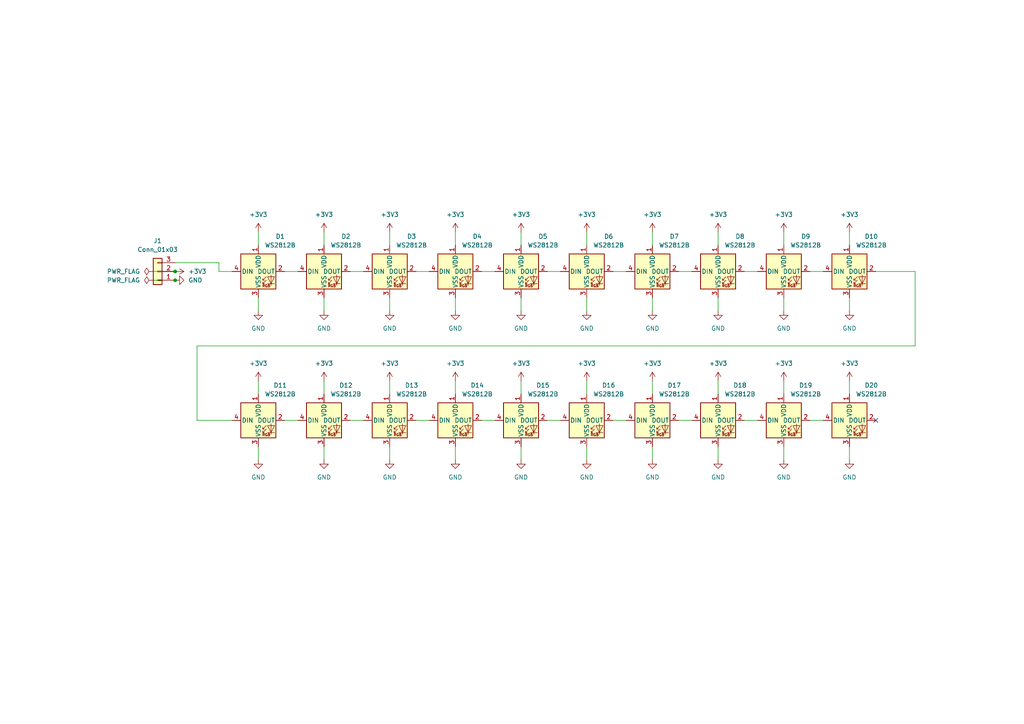
<source format=kicad_sch>
(kicad_sch (version 20211123) (generator eeschema)
  (paper "A4")
  (title_block (title "PCB Challenge - Slave") (date "2022-01-06") (rev "01"))
  (lib_symbols
    (symbol "Connector_Generic:Conn_01x03" (pin_names (offset 1.016) hide)
      (property "Reference" "J" (at 0 5.08 0))
      (property "Value" "Conn_01x03" (at 0 -5.08 0))
      (symbol "Conn_01x03_1_1"
        (rectangle (start -1.27 -2.413) (end 0 -2.667) (stroke (width 0.1524)))
        (rectangle (start -1.27 0.127) (end 0 -0.127) (stroke (width 0.1524)))
        (rectangle (start -1.27 2.667) (end 0 2.413) (stroke (width 0.1524)))
        (rectangle (start -1.27 3.81) (end 1.27 -3.81) (stroke (width 0.254)) (fill (type background)))
        (pin passive line (at -5.08 2.54 0) (length 3.81) (name "Pin_1") (number "1"))
        (pin passive line (at -5.08 0 0) (length 3.81) (name "Pin_2") (number "2"))
        (pin passive line (at -5.08 -2.54 0) (length 3.81) (name "Pin_3") (number "3"))
      )
    )
    (symbol "LED:WS2812B" (pin_names (offset 0.254))
      (property "Reference" "D" (at 5.08 5.715 0))
      (property "Value" "WS2812B" (at 1.27 -5.715 0))
      (symbol "WS2812B_0_0"
        (text "RGB" (at 2.286 -4.191 0) (effects (font (size 0.762 0.762))))
      )
      (symbol "WS2812B_0_1"
        (polyline (pts (xy 1.27 -3.556) (xy 1.778 -3.556)))
        (polyline (pts (xy 1.27 -2.54) (xy 1.778 -2.54)))
        (polyline (pts (xy 4.699 -3.556) (xy 2.667 -3.556)))
        (polyline (pts (xy 2.286 -2.54) (xy 1.27 -3.556) (xy 1.27 -3.048)))
        (polyline (pts (xy 2.286 -1.524) (xy 1.27 -2.54) (xy 1.27 -2.032)))
        (polyline (pts (xy 3.683 -1.016) (xy 3.683 -3.556) (xy 3.683 -4.064)))
        (polyline (pts (xy 4.699 -1.524) (xy 2.667 -1.524) (xy 3.683 -3.556) (xy 4.699 -1.524)))
        (rectangle (start 5.08 5.08) (end -5.08 -5.08) (stroke (width 0.254)) (fill (type background)))
      )
      (symbol "WS2812B_1_1"
        (pin power_in line (at 0 7.62 270) (length 2.54) (name "VDD") (number "1"))
        (pin output line (at 7.62 0 180) (length 2.54) (name "DOUT") (number "2"))
        (pin power_in line (at 0 -7.62 90) (length 2.54) (name "VSS") (number "3"))
        (pin input line (at -7.62 0 0) (length 2.54) (name "DIN") (number "4"))
      )
    )
    (symbol "power:+3.3V" (power) (pin_names (offset 0))
      (property "Value" "+3.3V" (at 0 3.556 0))
      (symbol "+3.3V_0_1"
        (polyline (pts (xy -0.762 1.27) (xy 0 2.54)))
        (polyline (pts (xy 0 0) (xy 0 2.54)))
        (polyline (pts (xy 0 2.54) (xy 0.762 1.27)))
      )
      (symbol "+3.3V_1_1"
        (pin power_in line (at 0 0 90) (length 0) hide (name "+3V3") (number "1"))
      )
    )
    (symbol "power:GND" (power) (pin_names (offset 0))
      (property "Value" "GND" (at 0 -3.81 0))
      (symbol "GND_0_1"
        (polyline (pts (xy 0 0) (xy 0 -1.27) (xy 1.27 -1.27) (xy 0 -2.54) (xy -1.27 -1.27) (xy 0 -1.27)))
      )
      (symbol "GND_1_1"
        (pin power_in line (at 0 0 270) (length 0) hide (name "GND") (number "1"))
      )
    )
    (symbol "power:PWR_FLAG" (power) (pin_numbers hide) (pin_names (offset 0) hide)
      (property "Value" "PWR_FLAG" (at 0 3.81 0))
      (symbol "PWR_FLAG_0_0"
        (pin power_out line (at 0 0 90) (length 0) (name "pwr") (number "1"))
      )
      (symbol "PWR_FLAG_0_1"
        (polyline (pts (xy 0 0) (xy 0 1.27) (xy -1.016 1.905) (xy 0 2.54) (xy 1.016 1.905) (xy 0 1.27)))
      )
    )
  )
  (junction (at 50.8 78.74))
  (junction (at 50.8 81.28))
  (no_connect (at 254 121.92))
  (wire (pts (xy 67.31 121.92) (xy 57.15 121.92)))
  (wire (pts (xy 93.98 110.49) (xy 93.98 114.3)))
  (wire (pts (xy 189.23 110.49) (xy 189.23 114.3)))
  (wire (pts (xy 151.13 67.31) (xy 151.13 71.12)))
  (wire (pts (xy 132.08 86.36) (xy 132.08 90.17)))
  (wire (pts (xy 170.18 86.36) (xy 170.18 90.17)))
  (wire (pts (xy 215.9 78.74) (xy 219.71 78.74)))
  (wire (pts (xy 158.75 78.74) (xy 162.56 78.74)))
  (wire (pts (xy 57.15 100.33) (xy 265.43 100.33)))
  (wire (pts (xy 177.8 121.92) (xy 181.61 121.92)))
  (wire (pts (xy 63.5 76.2) (xy 63.5 78.74)))
  (wire (pts (xy 208.28 86.36) (xy 208.28 90.17)))
  (wire (pts (xy 170.18 110.49) (xy 170.18 114.3)))
  (wire (pts (xy 177.8 78.74) (xy 181.61 78.74)))
  (wire (pts (xy 208.28 129.54) (xy 208.28 133.35)))
  (wire (pts (xy 44.45 81.28) (xy 50.8 81.28)))
  (wire (pts (xy 113.03 110.49) (xy 113.03 114.3)))
  (wire (pts (xy 132.08 110.49) (xy 132.08 114.3)))
  (wire (pts (xy 196.85 78.74) (xy 200.66 78.74)))
  (wire (pts (xy 189.23 129.54) (xy 189.23 133.35)))
  (wire (pts (xy 74.93 129.54) (xy 74.93 133.35)))
  (wire (pts (xy 265.43 100.33) (xy 265.43 78.74)))
  (wire (pts (xy 227.33 110.49) (xy 227.33 114.3)))
  (wire (pts (xy 74.93 110.49) (xy 74.93 114.3)))
  (wire (pts (xy 170.18 129.54) (xy 170.18 133.35)))
  (wire (pts (xy 82.55 78.74) (xy 86.36 78.74)))
  (wire (pts (xy 227.33 86.36) (xy 227.33 90.17)))
  (wire (pts (xy 246.38 67.31) (xy 246.38 71.12)))
  (wire (pts (xy 139.7 121.92) (xy 143.51 121.92)))
  (wire (pts (xy 82.55 121.92) (xy 86.36 121.92)))
  (wire (pts (xy 158.75 121.92) (xy 162.56 121.92)))
  (wire (pts (xy 246.38 86.36) (xy 246.38 90.17)))
  (wire (pts (xy 208.28 110.49) (xy 208.28 114.3)))
  (wire (pts (xy 151.13 129.54) (xy 151.13 133.35)))
  (wire (pts (xy 139.7 78.74) (xy 143.51 78.74)))
  (wire (pts (xy 189.23 67.31) (xy 189.23 71.12)))
  (wire (pts (xy 189.23 86.36) (xy 189.23 90.17)))
  (wire (pts (xy 74.93 67.31) (xy 74.93 71.12)))
  (wire (pts (xy 246.38 129.54) (xy 246.38 133.35)))
  (wire (pts (xy 170.18 67.31) (xy 170.18 71.12)))
  (wire (pts (xy 57.15 121.92) (xy 57.15 100.33)))
  (wire (pts (xy 215.9 121.92) (xy 219.71 121.92)))
  (wire (pts (xy 44.45 78.74) (xy 50.8 78.74)))
  (wire (pts (xy 93.98 129.54) (xy 93.98 133.35)))
  (wire (pts (xy 208.28 67.31) (xy 208.28 71.12)))
  (wire (pts (xy 234.95 78.74) (xy 238.76 78.74)))
  (wire (pts (xy 74.93 86.36) (xy 74.93 90.17)))
  (wire (pts (xy 151.13 110.49) (xy 151.13 114.3)))
  (wire (pts (xy 132.08 129.54) (xy 132.08 133.35)))
  (wire (pts (xy 227.33 129.54) (xy 227.33 133.35)))
  (wire (pts (xy 101.6 121.92) (xy 105.41 121.92)))
  (wire (pts (xy 113.03 129.54) (xy 113.03 133.35)))
  (wire (pts (xy 196.85 121.92) (xy 200.66 121.92)))
  (wire (pts (xy 93.98 86.36) (xy 93.98 90.17)))
  (wire (pts (xy 101.6 78.74) (xy 105.41 78.74)))
  (wire (pts (xy 227.33 67.31) (xy 227.33 71.12)))
  (wire (pts (xy 63.5 78.74) (xy 67.31 78.74)))
  (wire (pts (xy 151.13 86.36) (xy 151.13 90.17)))
  (wire (pts (xy 234.95 121.92) (xy 238.76 121.92)))
  (wire (pts (xy 93.98 67.31) (xy 93.98 71.12)))
  (wire (pts (xy 113.03 86.36) (xy 113.03 90.17)))
  (wire (pts (xy 120.65 121.92) (xy 124.46 121.92)))
  (wire (pts (xy 120.65 78.74) (xy 124.46 78.74)))
  (wire (pts (xy 50.8 76.2) (xy 63.5 76.2)))
  (wire (pts (xy 113.03 67.31) (xy 113.03 71.12)))
  (wire (pts (xy 265.43 78.74) (xy 254 78.74)))
  (wire (pts (xy 132.08 67.31) (xy 132.08 71.12)))
  (wire (pts (xy 246.38 110.49) (xy 246.38 114.3)))
  (symbol (lib_id "power:GND") (at 74.93 90.17 0) (unit 1)
    (property "Reference" "#PWR013" (effects hide))
    (property "Value" "GND" (at 74.93 95.25 0))
  )
  (symbol (lib_id "power:+3.3V") (at 74.93 67.31 0) (unit 1)
    (property "Reference" "#PWR01" (effects hide))
    (property "Value" "+3.3V" (at 74.93 62.23 0))
  )
  (symbol (lib_id "power:+3.3V") (at 93.98 67.31 0) (unit 1)
    (property "Reference" "#PWR02" (effects hide))
    (property "Value" "+3.3V" (at 93.98 62.23 0))
  )
  (symbol (lib_id "LED:WS2812B") (at 189.23 78.74 0) (unit 1)
    (property "Reference" "D7" (at 195.58 68.58 0))
    (property "Value" "WS2812B" (at 195.58 71.12 0))
    (property "Footprint" "LED_SMD:LED_WS2812B_PLCC4_5.0x5.0mm_P3.2mm" (effects hide))
    (property "Datasheet" "https://cdn-shop.adafruit.com/datasheets/WS2812B.pdf" (effects hide))
  )
  (symbol (lib_id "LED:WS2812B") (at 208.28 121.92 0) (unit 1)
    (property "Reference" "D18" (at 214.63 111.76 0))
    (property "Value" "WS2812B" (at 214.63 114.3 0))
    (property "Footprint" "LED_SMD:LED_WS2812B_PLCC4_5.0x5.0mm_P3.2mm" (effects hide))
    (property "Datasheet" "https://cdn-shop.adafruit.com/datasheets/WS2812B.pdf" (effects hide))
  )
  (symbol (lib_id "power:+3.3V") (at 227.33 67.31 0) (unit 1)
    (property "Reference" "#PWR09" (effects hide))
    (property "Value" "+3.3V" (at 227.33 62.23 0))
  )
  (symbol (lib_id "power:GND") (at 50.8 81.28 90) (unit 1)
    (property "Reference" "#PWR012" (effects hide))
    (property "Value" "GND" (at 54.61 81.2799 90) (effects (justify right)))
  )
  (symbol (lib_id "power:PWR_FLAG") (at 44.45 81.28 90) (unit 1)
    (property "Reference" "#FLG02" (effects hide))
    (property "Value" "PWR_FLAG" (at 40.64 81.2799 90) (effects (justify left)))
  )
  (symbol (lib_id "power:+3.3V") (at 151.13 67.31 0) (unit 1)
    (property "Reference" "#PWR05" (effects hide))
    (property "Value" "+3.3V" (at 151.13 62.23 0))
  )
  (symbol (lib_id "power:GND") (at 93.98 90.17 0) (unit 1)
    (property "Reference" "#PWR014" (effects hide))
    (property "Value" "GND" (at 93.98 95.25 0))
  )
  (symbol (lib_id "power:+3.3V") (at 113.03 67.31 0) (unit 1)
    (property "Reference" "#PWR03" (effects hide))
    (property "Value" "+3.3V" (at 113.03 62.23 0))
  )
  (symbol (lib_id "power:GND") (at 74.93 133.35 0) (unit 1)
    (property "Reference" "#PWR033" (effects hide))
    (property "Value" "GND" (at 74.93 138.43 0))
  )
  (symbol (lib_id "LED:WS2812B") (at 151.13 121.92 0) (unit 1)
    (property "Reference" "D15" (at 157.48 111.76 0))
    (property "Value" "WS2812B" (at 157.48 114.3 0))
    (property "Footprint" "LED_SMD:LED_WS2812B_PLCC4_5.0x5.0mm_P3.2mm" (effects hide))
    (property "Datasheet" "https://cdn-shop.adafruit.com/datasheets/WS2812B.pdf" (effects hide))
  )
  (symbol (lib_id "power:+3.3V") (at 246.38 67.31 0) (unit 1)
    (property "Reference" "#PWR010" (effects hide))
    (property "Value" "+3.3V" (at 246.38 62.23 0))
  )
  (symbol (lib_id "LED:WS2812B") (at 246.38 121.92 0) (unit 1)
    (property "Reference" "D20" (at 252.73 111.76 0))
    (property "Value" "WS2812B" (at 252.73 114.3 0))
    (property "Footprint" "LED_SMD:LED_WS2812B_PLCC4_5.0x5.0mm_P3.2mm" (effects hide))
    (property "Datasheet" "https://cdn-shop.adafruit.com/datasheets/WS2812B.pdf" (effects hide))
  )
  (symbol (lib_id "power:PWR_FLAG") (at 44.45 78.74 90) (unit 1)
    (property "Reference" "#FLG01" (effects hide))
    (property "Value" "PWR_FLAG" (at 40.64 78.74 90) (effects (justify left)))
  )
  (symbol (lib_id "power:+3.3V") (at 189.23 110.49 0) (unit 1)
    (property "Reference" "#PWR029" (effects hide))
    (property "Value" "+3.3V" (at 189.23 105.41 0))
  )
  (symbol (lib_id "LED:WS2812B") (at 189.23 121.92 0) (unit 1)
    (property "Reference" "D17" (at 195.58 111.76 0))
    (property "Value" "WS2812B" (at 195.58 114.3 0))
    (property "Footprint" "LED_SMD:LED_WS2812B_PLCC4_5.0x5.0mm_P3.2mm" (effects hide))
    (property "Datasheet" "https://cdn-shop.adafruit.com/datasheets/WS2812B.pdf" (effects hide))
  )
  (symbol (lib_id "LED:WS2812B") (at 151.13 78.74 0) (unit 1)
    (property "Reference" "D5" (at 157.48 68.58 0))
    (property "Value" "WS2812B" (at 157.48 71.12 0))
    (property "Footprint" "LED_SMD:LED_WS2812B_PLCC4_5.0x5.0mm_P3.2mm" (effects hide))
    (property "Datasheet" "https://cdn-shop.adafruit.com/datasheets/WS2812B.pdf" (effects hide))
  )
  (symbol (lib_id "power:+3.3V") (at 113.03 110.49 0) (unit 1)
    (property "Reference" "#PWR025" (effects hide))
    (property "Value" "+3.3V" (at 113.03 105.41 0))
  )
  (symbol (lib_id "power:GND") (at 170.18 90.17 0) (unit 1)
    (property "Reference" "#PWR018" (effects hide))
    (property "Value" "GND" (at 170.18 95.25 0))
  )
  (symbol (lib_id "power:GND") (at 246.38 90.17 0) (unit 1)
    (property "Reference" "#PWR022" (effects hide))
    (property "Value" "GND" (at 246.38 95.25 0))
  )
  (symbol (lib_id "power:GND") (at 227.33 133.35 0) (unit 1)
    (property "Reference" "#PWR041" (effects hide))
    (property "Value" "GND" (at 227.33 138.43 0))
  )
  (symbol (lib_id "power:+3.3V") (at 208.28 67.31 0) (unit 1)
    (property "Reference" "#PWR08" (effects hide))
    (property "Value" "+3.3V" (at 208.28 62.23 0))
  )
  (symbol (lib_id "power:+3.3V") (at 151.13 110.49 0) (unit 1)
    (property "Reference" "#PWR027" (effects hide))
    (property "Value" "+3.3V" (at 151.13 105.41 0))
  )
  (symbol (lib_id "power:GND") (at 113.03 90.17 0) (unit 1)
    (property "Reference" "#PWR015" (effects hide))
    (property "Value" "GND" (at 113.03 95.25 0))
  )
  (symbol (lib_id "power:+3.3V") (at 170.18 67.31 0) (unit 1)
    (property "Reference" "#PWR06" (effects hide))
    (property "Value" "+3.3V" (at 170.18 62.23 0))
  )
  (symbol (lib_id "LED:WS2812B") (at 132.08 78.74 0) (unit 1)
    (property "Reference" "D4" (at 138.43 68.58 0))
    (property "Value" "WS2812B" (at 138.43 71.12 0))
    (property "Footprint" "LED_SMD:LED_WS2812B_PLCC4_5.0x5.0mm_P3.2mm" (effects hide))
    (property "Datasheet" "https://cdn-shop.adafruit.com/datasheets/WS2812B.pdf" (effects hide))
  )
  (symbol (lib_id "LED:WS2812B") (at 93.98 121.92 0) (unit 1)
    (property "Reference" "D12" (at 100.33 111.76 0))
    (property "Value" "WS2812B" (at 100.33 114.3 0))
    (property "Footprint" "LED_SMD:LED_WS2812B_PLCC4_5.0x5.0mm_P3.2mm" (effects hide))
    (property "Datasheet" "https://cdn-shop.adafruit.com/datasheets/WS2812B.pdf" (effects hide))
  )
  (symbol (lib_id "LED:WS2812B") (at 227.33 78.74 0) (unit 1)
    (property "Reference" "D9" (at 233.68 68.58 0))
    (property "Value" "WS2812B" (at 233.68 71.12 0))
    (property "Footprint" "LED_SMD:LED_WS2812B_PLCC4_5.0x5.0mm_P3.2mm" (effects hide))
    (property "Datasheet" "https://cdn-shop.adafruit.com/datasheets/WS2812B.pdf" (effects hide))
  )
  (symbol (lib_id "power:+3.3V") (at 132.08 67.31 0) (unit 1)
    (property "Reference" "#PWR04" (effects hide))
    (property "Value" "+3.3V" (at 132.08 62.23 0))
  )
  (symbol (lib_id "power:GND") (at 132.08 90.17 0) (unit 1)
    (property "Reference" "#PWR016" (effects hide))
    (property "Value" "GND" (at 132.08 95.25 0))
  )
  (symbol (lib_id "LED:WS2812B") (at 246.38 78.74 0) (unit 1)
    (property "Reference" "D10" (at 252.73 68.58 0))
    (property "Value" "WS2812B" (at 252.73 71.12 0))
    (property "Footprint" "LED_SMD:LED_WS2812B_PLCC4_5.0x5.0mm_P3.2mm" (effects hide))
    (property "Datasheet" "https://cdn-shop.adafruit.com/datasheets/WS2812B.pdf" (effects hide))
  )
  (symbol (lib_id "LED:WS2812B") (at 227.33 121.92 0) (unit 1)
    (property "Reference" "D19" (at 233.68 111.76 0))
    (property "Value" "WS2812B" (at 233.68 114.3 0))
    (property "Footprint" "LED_SMD:LED_WS2812B_PLCC4_5.0x5.0mm_P3.2mm" (effects hide))
    (property "Datasheet" "https://cdn-shop.adafruit.com/datasheets/WS2812B.pdf" (effects hide))
  )
  (symbol (lib_id "power:GND") (at 189.23 90.17 0) (unit 1)
    (property "Reference" "#PWR019" (effects hide))
    (property "Value" "GND" (at 189.23 95.25 0))
  )
  (symbol (lib_id "LED:WS2812B") (at 170.18 78.74 0) (unit 1)
    (property "Reference" "D6" (at 176.53 68.58 0))
    (property "Value" "WS2812B" (at 176.53 71.12 0))
    (property "Footprint" "LED_SMD:LED_WS2812B_PLCC4_5.0x5.0mm_P3.2mm" (effects hide))
    (property "Datasheet" "https://cdn-shop.adafruit.com/datasheets/WS2812B.pdf" (effects hide))
  )
  (symbol (lib_id "LED:WS2812B") (at 113.03 78.74 0) (unit 1)
    (property "Reference" "D3" (at 119.38 68.58 0))
    (property "Value" "WS2812B" (at 119.38 71.12 0))
    (property "Footprint" "LED_SMD:LED_WS2812B_PLCC4_5.0x5.0mm_P3.2mm" (effects hide))
    (property "Datasheet" "https://cdn-shop.adafruit.com/datasheets/WS2812B.pdf" (effects hide))
  )
  (symbol (lib_id "LED:WS2812B") (at 132.08 121.92 0) (unit 1)
    (property "Reference" "D14" (at 138.43 111.76 0))
    (property "Value" "WS2812B" (at 138.43 114.3 0))
    (property "Footprint" "LED_SMD:LED_WS2812B_PLCC4_5.0x5.0mm_P3.2mm" (effects hide))
    (property "Datasheet" "https://cdn-shop.adafruit.com/datasheets/WS2812B.pdf" (effects hide))
  )
  (symbol (lib_id "power:GND") (at 208.28 90.17 0) (unit 1)
    (property "Reference" "#PWR020" (effects hide))
    (property "Value" "GND" (at 208.28 95.25 0))
  )
  (symbol (lib_id "LED:WS2812B") (at 170.18 121.92 0) (unit 1)
    (property "Reference" "D16" (at 176.53 111.76 0))
    (property "Value" "WS2812B" (at 176.53 114.3 0))
    (property "Footprint" "LED_SMD:LED_WS2812B_PLCC4_5.0x5.0mm_P3.2mm" (effects hide))
    (property "Datasheet" "https://cdn-shop.adafruit.com/datasheets/WS2812B.pdf" (effects hide))
  )
  (symbol (lib_id "power:+3.3V") (at 246.38 110.49 0) (unit 1)
    (property "Reference" "#PWR032" (effects hide))
    (property "Value" "+3.3V" (at 246.38 105.41 0))
  )
  (symbol (lib_id "power:+3.3V") (at 227.33 110.49 0) (unit 1)
    (property "Reference" "#PWR031" (effects hide))
    (property "Value" "+3.3V" (at 227.33 105.41 0))
  )
  (symbol (lib_id "LED:WS2812B") (at 74.93 78.74 0) (unit 1)
    (property "Reference" "D1" (at 81.28 68.58 0))
    (property "Value" "WS2812B" (at 81.28 71.12 0))
    (property "Footprint" "LED_SMD:LED_WS2812B_PLCC4_5.0x5.0mm_P3.2mm" (effects hide))
    (property "Datasheet" "https://cdn-shop.adafruit.com/datasheets/WS2812B.pdf" (effects hide))
  )
  (symbol (lib_id "LED:WS2812B") (at 93.98 78.74 0) (unit 1)
    (property "Reference" "D2" (at 100.33 68.58 0))
    (property "Value" "WS2812B" (at 100.33 71.12 0))
    (property "Footprint" "LED_SMD:LED_WS2812B_PLCC4_5.0x5.0mm_P3.2mm" (effects hide))
    (property "Datasheet" "https://cdn-shop.adafruit.com/datasheets/WS2812B.pdf" (effects hide))
  )
  (symbol (lib_id "power:GND") (at 170.18 133.35 0) (unit 1)
    (property "Reference" "#PWR038" (effects hide))
    (property "Value" "GND" (at 170.18 138.43 0))
  )
  (symbol (lib_id "power:GND") (at 151.13 133.35 0) (unit 1)
    (property "Reference" "#PWR037" (effects hide))
    (property "Value" "GND" (at 151.13 138.43 0))
  )
  (symbol (lib_id "LED:WS2812B") (at 208.28 78.74 0) (unit 1)
    (property "Reference" "D8" (at 214.63 68.58 0))
    (property "Value" "WS2812B" (at 214.63 71.12 0))
    (property "Footprint" "LED_SMD:LED_WS2812B_PLCC4_5.0x5.0mm_P3.2mm" (effects hide))
    (property "Datasheet" "https://cdn-shop.adafruit.com/datasheets/WS2812B.pdf" (effects hide))
  )
  (symbol (lib_id "power:GND") (at 189.23 133.35 0) (unit 1)
    (property "Reference" "#PWR039" (effects hide))
    (property "Value" "GND" (at 189.23 138.43 0))
  )
  (symbol (lib_id "power:GND") (at 227.33 90.17 0) (unit 1)
    (property "Reference" "#PWR021" (effects hide))
    (property "Value" "GND" (at 227.33 95.25 0))
  )
  (symbol (lib_id "power:GND") (at 93.98 133.35 0) (unit 1)
    (property "Reference" "#PWR034" (effects hide))
    (property "Value" "GND" (at 93.98 138.43 0))
  )
  (symbol (lib_id "Connector_Generic:Conn_01x03") (at 45.72 78.74 180) (unit 1)
    (property "Reference" "J1" (at 45.72 69.85 0))
    (property "Value" "Conn_01x03" (at 45.72 72.39 0))
    (property "Footprint" "Connector_PinHeader_2.54mm:PinHeader_1x03_P2.54mm_Vertical" (effects hide))
  )
  (symbol (lib_id "LED:WS2812B") (at 113.03 121.92 0) (unit 1)
    (property "Reference" "D13" (at 119.38 111.76 0))
    (property "Value" "WS2812B" (at 119.38 114.3 0))
    (property "Footprint" "LED_SMD:LED_WS2812B_PLCC4_5.0x5.0mm_P3.2mm" (effects hide))
    (property "Datasheet" "https://cdn-shop.adafruit.com/datasheets/WS2812B.pdf" (effects hide))
  )
  (symbol (lib_id "power:+3.3V") (at 170.18 110.49 0) (unit 1)
    (property "Reference" "#PWR028" (effects hide))
    (property "Value" "+3.3V" (at 170.18 105.41 0))
  )
  (symbol (lib_id "power:+3.3V") (at 93.98 110.49 0) (unit 1)
    (property "Reference" "#PWR024" (effects hide))
    (property "Value" "+3.3V" (at 93.98 105.41 0))
  )
  (symbol (lib_id "power:+3.3V") (at 189.23 67.31 0) (unit 1)
    (property "Reference" "#PWR07" (effects hide))
    (property "Value" "+3.3V" (at 189.23 62.23 0))
  )
  (symbol (lib_id "power:GND") (at 113.03 133.35 0) (unit 1)
    (property "Reference" "#PWR035" (effects hide))
    (property "Value" "GND" (at 113.03 138.43 0))
  )
  (symbol (lib_id "power:+3.3V") (at 74.93 110.49 0) (unit 1)
    (property "Reference" "#PWR023" (effects hide))
    (property "Value" "+3.3V" (at 74.93 105.41 0))
  )
  (symbol (lib_id "power:GND") (at 246.38 133.35 0) (unit 1)
    (property "Reference" "#PWR042" (effects hide))
    (property "Value" "GND" (at 246.38 138.43 0))
  )
  (symbol (lib_id "LED:WS2812B") (at 74.93 121.92 0) (unit 1)
    (property "Reference" "D11" (at 81.28 111.76 0))
    (property "Value" "WS2812B" (at 81.28 114.3 0))
    (property "Footprint" "LED_SMD:LED_WS2812B_PLCC4_5.0x5.0mm_P3.2mm" (effects hide))
    (property "Datasheet" "https://cdn-shop.adafruit.com/datasheets/WS2812B.pdf" (effects hide))
  )
  (symbol (lib_id "power:GND") (at 132.08 133.35 0) (unit 1)
    (property "Reference" "#PWR036" (effects hide))
    (property "Value" "GND" (at 132.08 138.43 0))
  )
  (symbol (lib_id "power:+3.3V") (at 208.28 110.49 0) (unit 1)
    (property "Reference" "#PWR030" (effects hide))
    (property "Value" "+3.3V" (at 208.28 105.41 0))
  )
  (symbol (lib_id "power:+3.3V") (at 132.08 110.49 0) (unit 1)
    (property "Reference" "#PWR026" (effects hide))
    (property "Value" "+3.3V" (at 132.08 105.41 0))
  )
  (symbol (lib_id "power:GND") (at 151.13 90.17 0) (unit 1)
    (property "Reference" "#PWR017" (effects hide))
    (property "Value" "GND" (at 151.13 95.25 0))
  )
  (symbol (lib_id "power:+3.3V") (at 50.8 78.74 270) (unit 1)
    (property "Reference" "#PWR011" (effects hide))
    (property "Value" "+3.3V" (at 54.61 78.7399 90) (effects (justify left)))
  )
  (symbol (lib_id "power:GND") (at 208.28 133.35 0) (unit 1)
    (property "Reference" "#PWR040" (effects hide))
    (property "Value" "GND" (at 208.28 138.43 0))
  )
)
</source>
